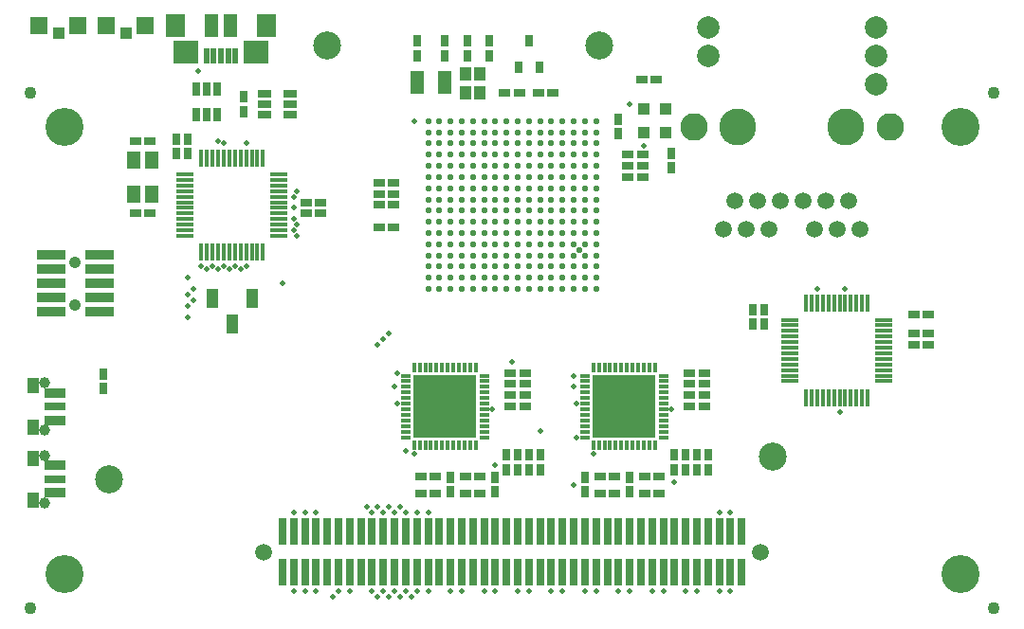
<source format=gts>
G75*
G70*
%OFA0B0*%
%FSLAX24Y24*%
%IPPOS*%
%LPD*%
%AMOC8*
5,1,8,0,0,1.08239X$1,22.5*
%
%ADD10C,0.0217*%
%ADD11R,0.0276X0.0946*%
%ADD12C,0.0591*%
%ADD13R,0.1040X0.0340*%
%ADD14C,0.0410*%
%ADD15R,0.0631X0.0158*%
%ADD16R,0.0158X0.0631*%
%ADD17R,0.0355X0.0158*%
%ADD18R,0.0158X0.0355*%
%ADD19R,0.2245X0.2245*%
%ADD20R,0.0197X0.0571*%
%ADD21R,0.0670X0.0788*%
%ADD22R,0.0867X0.0827*%
%ADD23R,0.0512X0.0788*%
%ADD24R,0.0276X0.0512*%
%ADD25R,0.0434X0.0394*%
%ADD26R,0.0473X0.0788*%
%ADD27R,0.0316X0.0394*%
%ADD28R,0.0394X0.0316*%
%ADD29R,0.0257X0.0434*%
%ADD30R,0.0493X0.0591*%
%ADD31R,0.0512X0.0276*%
%ADD32C,0.0970*%
%ADD33C,0.0790*%
%ADD34C,0.0590*%
%ADD35C,0.1300*%
%ADD36R,0.0631X0.0631*%
%ADD37R,0.0394X0.0394*%
%ADD38C,0.1339*%
%ADD39C,0.0434*%
%ADD40R,0.0434X0.0670*%
%ADD41R,0.0434X0.0512*%
%ADD42R,0.0749X0.0335*%
%ADD43R,0.0749X0.0276*%
%ADD44R,0.0394X0.0552*%
%ADD45C,0.0394*%
%ADD46C,0.0985*%
%ADD47C,0.0200*%
%ADD48C,0.0210*%
D10*
X015671Y012915D03*
X016065Y012915D03*
X016458Y012915D03*
X016852Y012915D03*
X017246Y012915D03*
X017639Y012915D03*
X018033Y012915D03*
X018427Y012915D03*
X018820Y012915D03*
X019214Y012915D03*
X019608Y012915D03*
X020002Y012915D03*
X020395Y012915D03*
X020789Y012915D03*
X021183Y012915D03*
X021576Y012915D03*
X021576Y013309D03*
X021183Y013309D03*
X021183Y013702D03*
X021576Y013702D03*
X021576Y014096D03*
X021183Y014096D03*
X021183Y014490D03*
X021576Y014490D03*
X021576Y014883D03*
X021183Y014883D03*
X020789Y014883D03*
X020395Y014883D03*
X020002Y014883D03*
X019608Y014883D03*
X019214Y014883D03*
X018820Y014883D03*
X018427Y014883D03*
X018033Y014883D03*
X017639Y014883D03*
X017246Y014883D03*
X016852Y014883D03*
X016458Y014883D03*
X016065Y014883D03*
X015671Y014883D03*
X015671Y014490D03*
X016065Y014490D03*
X016458Y014490D03*
X016458Y014096D03*
X016065Y014096D03*
X015671Y014096D03*
X015671Y013702D03*
X015671Y013309D03*
X016065Y013309D03*
X016458Y013309D03*
X016458Y013702D03*
X016065Y013702D03*
X016852Y013702D03*
X016852Y013309D03*
X017246Y013309D03*
X017246Y013702D03*
X017639Y013702D03*
X017639Y013309D03*
X018033Y013309D03*
X018033Y013702D03*
X018427Y013702D03*
X018427Y013309D03*
X018820Y013309D03*
X018820Y013702D03*
X019214Y013702D03*
X019214Y013309D03*
X019608Y013309D03*
X019608Y013702D03*
X020002Y013702D03*
X020395Y013702D03*
X020395Y013309D03*
X020002Y013309D03*
X020789Y013309D03*
X020789Y013702D03*
X020789Y014096D03*
X020395Y014096D03*
X020002Y014096D03*
X020002Y014490D03*
X020395Y014490D03*
X020789Y014490D03*
X019608Y014490D03*
X019214Y014490D03*
X018820Y014490D03*
X018427Y014490D03*
X018033Y014490D03*
X017639Y014490D03*
X017246Y014490D03*
X017246Y014096D03*
X017639Y014096D03*
X018033Y014096D03*
X018427Y014096D03*
X018820Y014096D03*
X019214Y014096D03*
X019608Y014096D03*
X019608Y015277D03*
X020002Y015277D03*
X020395Y015277D03*
X020395Y015671D03*
X020002Y015671D03*
X019608Y015671D03*
X019214Y015671D03*
X018820Y015671D03*
X018427Y015671D03*
X018427Y015277D03*
X018820Y015277D03*
X019214Y015277D03*
X019214Y016065D03*
X019214Y016458D03*
X018820Y016458D03*
X018427Y016458D03*
X018427Y016065D03*
X018820Y016065D03*
X018033Y016065D03*
X018033Y016458D03*
X017639Y016458D03*
X017246Y016458D03*
X017246Y016065D03*
X017639Y016065D03*
X017639Y015671D03*
X017246Y015671D03*
X017246Y015277D03*
X017639Y015277D03*
X018033Y015277D03*
X018033Y015671D03*
X016852Y015671D03*
X016458Y015671D03*
X016065Y015671D03*
X016065Y015277D03*
X016458Y015277D03*
X016852Y015277D03*
X016852Y016065D03*
X016852Y016458D03*
X016458Y016458D03*
X016458Y016065D03*
X016065Y016065D03*
X016065Y016458D03*
X015671Y016458D03*
X015671Y016065D03*
X015671Y015671D03*
X015671Y015277D03*
X016852Y014490D03*
X016852Y014096D03*
X019608Y016065D03*
X019608Y016458D03*
X020002Y016458D03*
X020395Y016458D03*
X020395Y016065D03*
X020002Y016065D03*
X020789Y016065D03*
X020789Y016458D03*
X021183Y016458D03*
X021576Y016458D03*
X021576Y016065D03*
X021183Y016065D03*
X021183Y015671D03*
X021576Y015671D03*
X021576Y015277D03*
X021183Y015277D03*
X020789Y015277D03*
X020789Y015671D03*
X020789Y016852D03*
X021183Y016852D03*
X021576Y016852D03*
X021576Y017246D03*
X021183Y017246D03*
X021183Y017639D03*
X021576Y017639D03*
X021576Y018033D03*
X021183Y018033D03*
X021183Y018427D03*
X021576Y018427D03*
X021576Y018820D03*
X021183Y018820D03*
X020789Y018820D03*
X020395Y018820D03*
X020002Y018820D03*
X019608Y018820D03*
X019214Y018820D03*
X018820Y018820D03*
X018427Y018820D03*
X018033Y018820D03*
X017639Y018820D03*
X017246Y018820D03*
X016852Y018820D03*
X016458Y018820D03*
X016065Y018820D03*
X015671Y018820D03*
X015671Y018427D03*
X016065Y018427D03*
X016458Y018427D03*
X016458Y018033D03*
X016065Y018033D03*
X015671Y018033D03*
X015671Y017639D03*
X015671Y017246D03*
X016065Y017246D03*
X016458Y017246D03*
X016458Y017639D03*
X016065Y017639D03*
X016852Y017639D03*
X016852Y017246D03*
X017246Y017246D03*
X017246Y017639D03*
X017639Y017639D03*
X017639Y017246D03*
X018033Y017246D03*
X018033Y017639D03*
X018427Y017639D03*
X018427Y017246D03*
X018820Y017246D03*
X018820Y017639D03*
X019214Y017639D03*
X019214Y017246D03*
X019608Y017246D03*
X019608Y017639D03*
X020002Y017639D03*
X020395Y017639D03*
X020395Y017246D03*
X020002Y017246D03*
X020002Y016852D03*
X020395Y016852D03*
X020789Y017246D03*
X020789Y017639D03*
X020789Y018033D03*
X020395Y018033D03*
X020002Y018033D03*
X020002Y018427D03*
X020395Y018427D03*
X020789Y018427D03*
X019608Y018427D03*
X019214Y018427D03*
X018820Y018427D03*
X018427Y018427D03*
X018427Y018033D03*
X018820Y018033D03*
X019214Y018033D03*
X019608Y018033D03*
X018033Y018033D03*
X017639Y018033D03*
X017246Y018033D03*
X017246Y018427D03*
X017639Y018427D03*
X018033Y018427D03*
X016852Y018427D03*
X016852Y018033D03*
X016852Y016852D03*
X017246Y016852D03*
X017639Y016852D03*
X018033Y016852D03*
X018427Y016852D03*
X018820Y016852D03*
X019214Y016852D03*
X019608Y016852D03*
X016458Y016852D03*
X016065Y016852D03*
X015671Y016852D03*
D11*
X015671Y004391D03*
X016065Y004391D03*
X016458Y004391D03*
X016852Y004391D03*
X017246Y004391D03*
X017639Y004391D03*
X018033Y004391D03*
X018427Y004391D03*
X018820Y004391D03*
X019214Y004391D03*
X019608Y004391D03*
X020002Y004391D03*
X020395Y004391D03*
X020789Y004391D03*
X021183Y004391D03*
X021576Y004391D03*
X021970Y004391D03*
X022364Y004391D03*
X022757Y004391D03*
X023151Y004391D03*
X023545Y004391D03*
X023939Y004391D03*
X024332Y004391D03*
X024726Y004391D03*
X025120Y004391D03*
X025513Y004391D03*
X025907Y004391D03*
X026301Y004391D03*
X026694Y004391D03*
X026694Y002935D03*
X026301Y002935D03*
X025907Y002935D03*
X025513Y002935D03*
X025120Y002935D03*
X024726Y002935D03*
X024332Y002935D03*
X023939Y002935D03*
X023545Y002935D03*
X023151Y002935D03*
X022757Y002935D03*
X022364Y002935D03*
X021970Y002935D03*
X021576Y002935D03*
X021183Y002935D03*
X020789Y002935D03*
X020395Y002935D03*
X020002Y002935D03*
X019608Y002935D03*
X019214Y002935D03*
X018820Y002935D03*
X018427Y002935D03*
X018033Y002935D03*
X017639Y002935D03*
X017246Y002935D03*
X016852Y002935D03*
X016458Y002935D03*
X016065Y002935D03*
X015671Y002935D03*
X015277Y002935D03*
X014883Y002935D03*
X014490Y002935D03*
X014096Y002935D03*
X013702Y002935D03*
X013309Y002935D03*
X012915Y002935D03*
X012521Y002935D03*
X012128Y002935D03*
X011734Y002935D03*
X011340Y002935D03*
X010946Y002935D03*
X010553Y002935D03*
X010553Y004391D03*
X010946Y004391D03*
X011340Y004391D03*
X011734Y004391D03*
X012128Y004391D03*
X012521Y004391D03*
X012915Y004391D03*
X013309Y004391D03*
X013702Y004391D03*
X014096Y004391D03*
X014490Y004391D03*
X014883Y004391D03*
X015277Y004391D03*
D12*
X009883Y003663D03*
X009883Y003663D03*
X027364Y003663D03*
X027364Y003663D03*
D13*
X004104Y012112D03*
X004104Y012612D03*
X004104Y013112D03*
X004104Y013612D03*
X004104Y014112D03*
X002434Y014112D03*
X002434Y013612D03*
X002434Y013112D03*
X002434Y012612D03*
X002434Y012112D03*
D14*
X003269Y012362D03*
X003269Y013862D03*
D15*
X007128Y014785D03*
X007128Y014982D03*
X007128Y015179D03*
X007128Y015376D03*
X007128Y015572D03*
X007128Y015769D03*
X007128Y015966D03*
X007128Y016163D03*
X007128Y016360D03*
X007128Y016557D03*
X007128Y016754D03*
X007128Y016950D03*
X010435Y016950D03*
X010435Y016754D03*
X010435Y016557D03*
X010435Y016360D03*
X010435Y016163D03*
X010435Y015966D03*
X010435Y015769D03*
X010435Y015572D03*
X010435Y015376D03*
X010435Y015179D03*
X010435Y014982D03*
X010435Y014785D03*
X028387Y011832D03*
X028387Y011635D03*
X028387Y011439D03*
X028387Y011242D03*
X028387Y011045D03*
X028387Y010848D03*
X028387Y010651D03*
X028387Y010454D03*
X028387Y010257D03*
X028387Y010061D03*
X028387Y009864D03*
X028387Y009667D03*
X031694Y009667D03*
X031694Y009864D03*
X031694Y010061D03*
X031694Y010257D03*
X031694Y010454D03*
X031694Y010651D03*
X031694Y010848D03*
X031694Y011045D03*
X031694Y011242D03*
X031694Y011439D03*
X031694Y011635D03*
X031694Y011832D03*
D16*
X031124Y012403D03*
X030927Y012403D03*
X030730Y012403D03*
X030533Y012403D03*
X030336Y012403D03*
X030139Y012403D03*
X029943Y012403D03*
X029746Y012403D03*
X029549Y012403D03*
X029352Y012403D03*
X029155Y012403D03*
X028958Y012403D03*
X028958Y009096D03*
X029155Y009096D03*
X029352Y009096D03*
X029549Y009096D03*
X029746Y009096D03*
X029943Y009096D03*
X030139Y009096D03*
X030336Y009096D03*
X030533Y009096D03*
X030730Y009096D03*
X030927Y009096D03*
X031124Y009096D03*
X009864Y014214D03*
X009667Y014214D03*
X009470Y014214D03*
X009273Y014214D03*
X009076Y014214D03*
X008880Y014214D03*
X008683Y014214D03*
X008486Y014214D03*
X008289Y014214D03*
X008092Y014214D03*
X007895Y014214D03*
X007698Y014214D03*
X007698Y017521D03*
X007895Y017521D03*
X008092Y017521D03*
X008289Y017521D03*
X008486Y017521D03*
X008683Y017521D03*
X008880Y017521D03*
X009076Y017521D03*
X009273Y017521D03*
X009470Y017521D03*
X009667Y017521D03*
X009864Y017521D03*
D17*
X014883Y009864D03*
X014883Y009667D03*
X014883Y009470D03*
X014883Y009273D03*
X014883Y009076D03*
X014883Y008880D03*
X014883Y008683D03*
X014883Y008486D03*
X014883Y008289D03*
X014883Y008092D03*
X014883Y007895D03*
X014883Y007698D03*
X017639Y007698D03*
X017639Y007895D03*
X017639Y008092D03*
X017639Y008289D03*
X017639Y008486D03*
X017639Y008683D03*
X017639Y008880D03*
X017639Y009076D03*
X017639Y009273D03*
X017639Y009470D03*
X017639Y009667D03*
X017639Y009864D03*
X021183Y009864D03*
X021183Y009667D03*
X021183Y009470D03*
X021183Y009273D03*
X021183Y009076D03*
X021183Y008880D03*
X021183Y008683D03*
X021183Y008486D03*
X021183Y008289D03*
X021183Y008092D03*
X021183Y007895D03*
X021183Y007698D03*
X023939Y007698D03*
X023939Y007895D03*
X023939Y008092D03*
X023939Y008289D03*
X023939Y008486D03*
X023939Y008683D03*
X023939Y008880D03*
X023939Y009076D03*
X023939Y009273D03*
X023939Y009470D03*
X023939Y009667D03*
X023939Y009864D03*
D18*
X023643Y010159D03*
X023446Y010159D03*
X023250Y010159D03*
X023053Y010159D03*
X022856Y010159D03*
X022659Y010159D03*
X022462Y010159D03*
X022265Y010159D03*
X022069Y010159D03*
X021872Y010159D03*
X021675Y010159D03*
X021478Y010159D03*
X021478Y007403D03*
X021675Y007403D03*
X021872Y007403D03*
X022069Y007403D03*
X022265Y007403D03*
X022462Y007403D03*
X022659Y007403D03*
X022856Y007403D03*
X023053Y007403D03*
X023250Y007403D03*
X023446Y007403D03*
X023643Y007403D03*
X017344Y007403D03*
X017147Y007403D03*
X016950Y007403D03*
X016754Y007403D03*
X016557Y007403D03*
X016360Y007403D03*
X016163Y007403D03*
X015966Y007403D03*
X015769Y007403D03*
X015572Y007403D03*
X015376Y007403D03*
X015179Y007403D03*
X015179Y010159D03*
X015376Y010159D03*
X015572Y010159D03*
X015769Y010159D03*
X015966Y010159D03*
X016163Y010159D03*
X016360Y010159D03*
X016557Y010159D03*
X016754Y010159D03*
X016950Y010159D03*
X017147Y010159D03*
X017344Y010159D03*
D19*
X016261Y008781D03*
X022561Y008781D03*
D20*
X008899Y021114D03*
X008643Y021114D03*
X008387Y021114D03*
X008131Y021114D03*
X007876Y021114D03*
D21*
X006773Y022167D03*
X010002Y022167D03*
D22*
X009608Y021242D03*
X007167Y021242D03*
D23*
X008053Y022167D03*
X008722Y022167D03*
D24*
X008269Y019962D03*
X007895Y019962D03*
X007521Y019962D03*
X007521Y019057D03*
X007895Y019057D03*
X008269Y019057D03*
D25*
X023269Y019234D03*
X024017Y019234D03*
X024017Y018407D03*
X023269Y018407D03*
D26*
X016261Y020198D03*
X015277Y020198D03*
D27*
X015277Y021124D03*
X015277Y021635D03*
X016261Y021635D03*
X016261Y021124D03*
X017049Y021124D03*
X017049Y021635D03*
X017836Y021635D03*
X017836Y021124D03*
X022364Y018880D03*
X022364Y018368D03*
X024234Y017698D03*
X024234Y017187D03*
X027088Y012187D03*
X027482Y012187D03*
X027482Y011675D03*
X027088Y011675D03*
X025513Y007069D03*
X025120Y007069D03*
X024726Y007069D03*
X024332Y007069D03*
X024332Y006557D03*
X024726Y006557D03*
X025120Y006557D03*
X025513Y006557D03*
X022757Y006281D03*
X022757Y005769D03*
X021183Y005769D03*
X021183Y006281D03*
X019608Y006557D03*
X019214Y006557D03*
X018820Y006557D03*
X018427Y006557D03*
X018033Y006281D03*
X018033Y005769D03*
X016458Y005769D03*
X016458Y006281D03*
X018427Y007069D03*
X018820Y007069D03*
X019214Y007069D03*
X019608Y007069D03*
X004254Y009411D03*
X004254Y009923D03*
X006813Y017679D03*
X007206Y017679D03*
X007206Y018191D03*
X006813Y018191D03*
X009175Y019155D03*
X009175Y019667D03*
D28*
X005887Y018131D03*
X005376Y018131D03*
X005376Y015572D03*
X005887Y015572D03*
X011380Y015572D03*
X011380Y015966D03*
X011891Y015966D03*
X011891Y015572D03*
X013939Y015868D03*
X014450Y015868D03*
X014450Y016261D03*
X014450Y016655D03*
X013939Y016655D03*
X013939Y016261D03*
X013939Y015080D03*
X014450Y015080D03*
X018368Y019805D03*
X018880Y019805D03*
X019549Y019805D03*
X020061Y019805D03*
X023191Y020297D03*
X023702Y020297D03*
X023210Y017639D03*
X023210Y017246D03*
X023210Y016852D03*
X022698Y016852D03*
X022698Y017246D03*
X022698Y017639D03*
X032738Y012029D03*
X033250Y012029D03*
X033250Y011340D03*
X033250Y010946D03*
X032738Y010946D03*
X032738Y011340D03*
X025376Y009962D03*
X025376Y009569D03*
X025376Y009175D03*
X025376Y008781D03*
X024864Y008781D03*
X024864Y009175D03*
X024864Y009569D03*
X024864Y009962D03*
X023801Y006320D03*
X023289Y006320D03*
X023289Y005730D03*
X023801Y005730D03*
X022226Y005730D03*
X021714Y005730D03*
X021714Y006320D03*
X022226Y006320D03*
X019076Y008781D03*
X019076Y009175D03*
X019076Y009569D03*
X019076Y009962D03*
X018565Y009962D03*
X018565Y009569D03*
X018565Y009175D03*
X018565Y008781D03*
X017502Y006320D03*
X016990Y006320D03*
X016990Y005730D03*
X017502Y005730D03*
X015927Y005730D03*
X015415Y005730D03*
X015415Y006320D03*
X015927Y006320D03*
D29*
X018840Y020730D03*
X019588Y020730D03*
X019214Y021635D03*
D30*
X005946Y017443D03*
X005317Y017443D03*
X005317Y016261D03*
X005946Y016261D03*
D31*
X009903Y019037D03*
X009903Y019411D03*
X009903Y019785D03*
X010809Y019785D03*
X010809Y019411D03*
X010809Y019037D03*
D32*
X025006Y018624D03*
X031926Y018624D03*
D33*
X031426Y020124D03*
X031426Y021124D03*
X031426Y022124D03*
X025506Y022124D03*
X025506Y021124D03*
D34*
X026466Y016024D03*
X027266Y016024D03*
X028066Y016024D03*
X028866Y016024D03*
X029666Y016024D03*
X030466Y016024D03*
X030066Y015024D03*
X029266Y015024D03*
X027666Y015024D03*
X026866Y015024D03*
X026066Y015024D03*
X030866Y015024D03*
D35*
X030366Y018624D03*
X026566Y018624D03*
D36*
X005730Y022167D03*
X004352Y022167D03*
X003368Y022167D03*
X001990Y022167D03*
D37*
X002679Y021911D03*
X005041Y021911D03*
D38*
X002876Y018624D03*
X002876Y002876D03*
X034372Y002876D03*
X034372Y018624D03*
D39*
X001694Y001694D03*
X001694Y019805D03*
X035553Y019805D03*
X035553Y001694D03*
D40*
X009470Y012580D03*
X008781Y011675D03*
X008092Y012580D03*
D41*
X016990Y019805D03*
X017502Y019805D03*
X017502Y020474D03*
X016990Y020474D03*
D42*
X002541Y009263D03*
X002541Y008299D03*
X002541Y006704D03*
X002541Y005740D03*
D43*
X002541Y006222D03*
X002541Y008781D03*
D44*
X001773Y008053D03*
X001773Y006950D03*
X001773Y005494D03*
X001773Y009509D03*
D45*
X002187Y009618D03*
X002187Y007944D03*
X002187Y007059D03*
X002187Y005385D03*
D46*
X004450Y006222D03*
X012128Y021478D03*
X021675Y021478D03*
X027777Y007009D03*
D47*
X030139Y008584D03*
X026301Y005041D03*
X025907Y005041D03*
X024332Y006124D03*
X021478Y007108D03*
X020887Y007698D03*
X019608Y007913D03*
X020887Y008880D03*
X020789Y009470D03*
X020789Y009864D03*
X018624Y010356D03*
X017935Y008683D03*
X018033Y006714D03*
X020789Y006025D03*
X024234Y008683D03*
X029352Y012915D03*
X030336Y012915D03*
X023250Y017935D03*
X022757Y019411D03*
X015179Y018820D03*
X011045Y016360D03*
X010946Y016163D03*
X010946Y015769D03*
X010946Y015376D03*
X011045Y015179D03*
X010946Y014982D03*
X011045Y014785D03*
X009273Y013702D03*
X009076Y013604D03*
X008880Y013702D03*
X008683Y013604D03*
X008486Y013702D03*
X008289Y013604D03*
X008092Y013702D03*
X007895Y013604D03*
X007698Y013702D03*
X007206Y013309D03*
X007403Y012915D03*
X007206Y012718D03*
X007403Y012521D03*
X007206Y012324D03*
X007206Y011931D03*
X010553Y013112D03*
X013899Y010946D03*
X014096Y011143D03*
X014293Y011340D03*
X014588Y009962D03*
X014490Y009470D03*
X014588Y008880D03*
X014883Y007206D03*
X015179Y007108D03*
X014687Y005238D03*
X014883Y005041D03*
X014490Y005041D03*
X014293Y005238D03*
X014096Y005041D03*
X013899Y005238D03*
X013702Y005041D03*
X013506Y005238D03*
X015277Y005041D03*
X015671Y005041D03*
X015671Y002285D03*
X015277Y002285D03*
X015080Y002088D03*
X014883Y002285D03*
X014687Y002088D03*
X014490Y002285D03*
X014293Y002088D03*
X014096Y002285D03*
X013899Y002088D03*
X013702Y002285D03*
X012915Y002285D03*
X012521Y002285D03*
X012324Y002088D03*
X011734Y002285D03*
X011340Y002285D03*
X010946Y002285D03*
X010946Y005041D03*
X011340Y005041D03*
X011734Y005041D03*
X016458Y002285D03*
X016852Y002285D03*
X017639Y002285D03*
X018033Y002285D03*
X018820Y002285D03*
X019214Y002285D03*
X020002Y002285D03*
X020395Y002285D03*
X021183Y002285D03*
X021576Y002285D03*
X022364Y002285D03*
X022757Y002285D03*
X023545Y002285D03*
X023939Y002285D03*
X024726Y002285D03*
X025120Y002285D03*
X025907Y002285D03*
X026301Y002285D03*
X009273Y018033D03*
X008486Y018033D03*
X008289Y018131D03*
X007600Y020592D03*
D48*
X020986Y014293D03*
M02*

</source>
